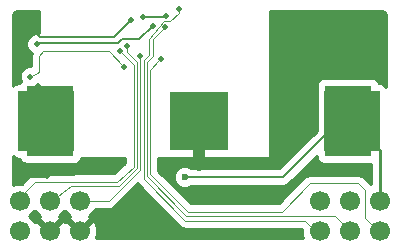
<source format=gbl>
G04 #@! TF.FileFunction,Copper,L2,Bot,Signal*
%FSLAX46Y46*%
G04 Gerber Fmt 4.6, Leading zero omitted, Abs format (unit mm)*
G04 Created by KiCad (PCBNEW 4.0.2+dfsg1-stable) date 2016年12月08日 20時15分25秒*
%MOMM*%
G01*
G04 APERTURE LIST*
%ADD10C,0.100000*%
%ADD11R,4.700000X5.100000*%
%ADD12R,5.000000X5.000000*%
%ADD13R,4.000000X6.000000*%
%ADD14C,1.700000*%
%ADD15C,0.500000*%
%ADD16C,0.600000*%
%ADD17C,0.200000*%
%ADD18C,0.250000*%
%ADD19C,1.000000*%
%ADD20C,0.254000*%
G04 APERTURE END LIST*
D10*
D11*
X151130000Y-102870000D03*
X177030000Y-102870000D03*
D12*
X164090000Y-102870000D03*
D13*
X176680000Y-102870000D03*
X151480000Y-102870000D03*
D14*
X153949400Y-109651800D03*
X151409400Y-109651800D03*
X148869400Y-109651800D03*
X148869400Y-112191800D03*
X151409400Y-112191800D03*
X153949400Y-112191800D03*
X179349400Y-109651800D03*
X176809400Y-109651800D03*
X174269400Y-109651800D03*
X174269400Y-112191800D03*
X176809400Y-112191800D03*
X179349400Y-112191800D03*
D15*
X150393400Y-99872800D03*
X150327360Y-96332040D03*
X160172400Y-94792800D03*
D16*
X150190200Y-105384600D03*
X162839400Y-107619800D03*
D15*
X157746700Y-98264980D03*
X149758400Y-99110800D03*
D16*
X164063680Y-106563160D03*
D15*
X149250400Y-107619800D03*
X151155400Y-107492800D03*
X158306000Y-94343220D03*
X149928580Y-95018860D03*
X161234120Y-93980000D03*
X159318960Y-94030800D03*
X159054800Y-97358200D03*
X157962600Y-96520000D03*
X157378400Y-96951800D03*
X162331400Y-93370400D03*
X161188400Y-94919800D03*
X160807400Y-97586800D03*
D17*
X150393400Y-99872800D02*
X151130000Y-100319840D01*
X151130000Y-100319840D02*
X151130000Y-102870000D01*
X151130000Y-102057200D02*
X151130000Y-102870000D01*
X150388320Y-96271080D02*
X150327360Y-96332040D01*
X157215840Y-96271080D02*
X150388320Y-96271080D01*
X157535880Y-95951040D02*
X157215840Y-96271080D01*
X159014160Y-95951040D02*
X157535880Y-95951040D01*
X160172400Y-94792800D02*
X159014160Y-95951040D01*
D10*
X150393400Y-102133400D02*
X151130000Y-102870000D01*
D17*
X151130000Y-101203760D02*
X151130000Y-102870000D01*
X175920400Y-102870000D02*
X171170600Y-107619800D01*
X171170600Y-107619800D02*
X162839400Y-107619800D01*
D18*
X178079400Y-104571800D02*
X179349400Y-105333800D01*
X179349400Y-105333800D02*
X179349400Y-109651800D01*
D17*
X177030000Y-102870000D02*
X175920400Y-102870000D01*
D18*
X150190200Y-105384600D02*
X151130000Y-104495600D01*
X177030000Y-102870000D02*
X177030000Y-104335200D01*
X177030000Y-104335200D02*
X178079400Y-104571800D01*
D10*
X150543161Y-97328580D02*
X150520400Y-98729800D01*
X150888700Y-96972120D02*
X150543161Y-97328580D01*
X156453840Y-96972120D02*
X150888700Y-96972120D01*
X157746700Y-98264980D02*
X156453840Y-96972120D01*
X150520400Y-98729800D02*
X149758400Y-99110800D01*
D17*
X151028400Y-107619800D02*
X149250400Y-107619800D01*
X151155400Y-107492800D02*
X151028400Y-107619800D01*
D10*
X164063680Y-106563160D02*
X164063680Y-106776520D01*
D19*
X164090000Y-106536840D02*
X164063680Y-106563160D01*
X164090000Y-102870000D02*
X164090000Y-106536840D01*
D10*
X164090000Y-106750200D02*
X164090000Y-106536840D01*
X164063680Y-106776520D02*
X164090000Y-106750200D01*
D17*
X149928580Y-95120460D02*
X149928580Y-95018860D01*
X150591520Y-95783400D02*
X149928580Y-95120460D01*
X156865820Y-95783400D02*
X150591520Y-95783400D01*
X156865820Y-95783400D02*
X158306000Y-94343220D01*
D18*
X166141400Y-102870000D02*
X164090000Y-102870000D01*
D17*
X161234120Y-93980000D02*
X161183320Y-94030800D01*
X161183320Y-94030800D02*
X159318960Y-94030800D01*
D10*
X156408120Y-109649260D02*
X153949400Y-109651800D01*
X159029400Y-106984800D02*
X156408120Y-109649260D01*
X159054800Y-97358200D02*
X159029400Y-106984800D01*
X157251400Y-108381800D02*
X153212800Y-108381800D01*
X151434800Y-109728000D02*
X153187400Y-108407200D01*
X157962600Y-96994980D02*
X158775400Y-97840800D01*
X158775400Y-97840800D02*
X158775400Y-106857800D01*
X158775400Y-106857800D02*
X157251400Y-108381800D01*
X157962600Y-96994980D02*
X157962600Y-96520000D01*
X153212800Y-108381800D02*
X153187400Y-108407200D01*
D18*
X157962600Y-96520000D02*
X157962600Y-96520000D01*
D10*
X150169880Y-108031280D02*
X148869400Y-109331760D01*
X157124400Y-108000800D02*
X150169880Y-108031280D01*
X158521400Y-106730800D02*
X157124400Y-108000800D01*
X158521400Y-98094800D02*
X158521400Y-106730800D01*
X157378400Y-96951800D02*
X158521400Y-98094800D01*
X148869400Y-109331760D02*
X148869400Y-109651800D01*
X174269400Y-112191800D02*
X173888400Y-112191800D01*
X173888400Y-112191800D02*
X172999400Y-111302800D01*
X172999400Y-111302800D02*
X162839400Y-111302800D01*
X162331400Y-93370400D02*
X162331400Y-93715840D01*
X162331400Y-93715840D02*
X161569400Y-94411800D01*
X162057080Y-94000320D02*
X162046920Y-94000320D01*
X159407771Y-97691029D02*
X159791400Y-97307400D01*
X159791400Y-97307400D02*
X159787448Y-95935797D01*
X159407771Y-97691029D02*
X159407771Y-97713524D01*
X159787506Y-95935855D02*
X159787448Y-95935797D01*
X159787506Y-95955829D02*
X159787506Y-95935855D01*
X161061400Y-94411800D02*
X159787506Y-95955829D01*
X161061400Y-94411944D02*
X161061400Y-94411800D01*
X161060154Y-94413190D02*
X161061400Y-94411944D01*
X161569400Y-94411800D02*
X161060154Y-94413190D01*
X162046920Y-94000320D02*
X161569400Y-94411800D01*
X162057080Y-94000320D02*
X162041840Y-94000320D01*
X162839400Y-111302800D02*
X159410400Y-107746800D01*
X159410400Y-107746800D02*
X159407771Y-97713524D01*
X159407771Y-97713524D02*
X159407771Y-97713524D01*
X175539400Y-110921800D02*
X176809400Y-112191800D01*
X162966400Y-110921800D02*
X175539400Y-110921800D01*
X159664400Y-107543600D02*
X162966400Y-110921800D01*
X159664400Y-97840800D02*
X159664400Y-107543600D01*
X160172400Y-97332800D02*
X159664400Y-97840800D01*
X160172400Y-95935800D02*
X160172400Y-97332800D01*
X161188400Y-94919800D02*
X160172400Y-95935800D01*
X179349400Y-112191800D02*
X179247800Y-112191800D01*
X179247800Y-112191800D02*
X178130200Y-111074200D01*
X178130200Y-111074200D02*
X178130200Y-108712000D01*
X178130200Y-108712000D02*
X177546000Y-108127800D01*
X177546000Y-108127800D02*
X173456600Y-108127800D01*
X173456600Y-108127800D02*
X171094400Y-110540800D01*
X171094400Y-110540800D02*
X163093400Y-110540800D01*
X163093400Y-110540800D02*
X159918400Y-107365800D01*
X160807400Y-97586800D02*
X160690013Y-97678787D01*
X160690013Y-97678787D02*
X159900263Y-98536447D01*
X159900263Y-98536447D02*
X159918400Y-107365800D01*
X160807400Y-97586800D02*
X160807400Y-97667924D01*
X160807400Y-97667924D02*
X160851190Y-97711714D01*
D18*
X160807400Y-97586800D02*
X160832800Y-97612200D01*
D20*
G36*
X158917307Y-108222283D02*
X162346307Y-111778283D01*
X162351511Y-111781899D01*
X162355032Y-111787168D01*
X162461072Y-111858022D01*
X162565801Y-111930787D01*
X162571992Y-111932136D01*
X162577262Y-111935657D01*
X162702362Y-111960541D01*
X162826947Y-111987686D01*
X162833182Y-111986563D01*
X162839400Y-111987800D01*
X172715664Y-111987800D01*
X172784517Y-112056653D01*
X172784143Y-112485889D01*
X172894015Y-112751800D01*
X155325945Y-112751800D01*
X155446118Y-112420521D01*
X155419715Y-111830342D01*
X155244659Y-111407720D01*
X154993358Y-111327447D01*
X154129005Y-112191800D01*
X154143148Y-112205943D01*
X153963543Y-112385548D01*
X153949400Y-112371405D01*
X153935258Y-112385548D01*
X153755653Y-112205943D01*
X153769795Y-112191800D01*
X152905442Y-111327447D01*
X152679400Y-111399652D01*
X152453358Y-111327447D01*
X151589005Y-112191800D01*
X151603148Y-112205943D01*
X151423543Y-112385548D01*
X151409400Y-112371405D01*
X151395258Y-112385548D01*
X151215653Y-112205943D01*
X151229795Y-112191800D01*
X150365442Y-111327447D01*
X150147760Y-111396981D01*
X150129056Y-111351714D01*
X149711683Y-110933612D01*
X149683843Y-110922052D01*
X149709486Y-110911456D01*
X150127588Y-110494083D01*
X150139148Y-110466243D01*
X150149744Y-110491886D01*
X150567117Y-110909988D01*
X150614712Y-110929751D01*
X150545047Y-111147842D01*
X151409400Y-112012195D01*
X152273753Y-111147842D01*
X152204219Y-110930160D01*
X152249486Y-110911456D01*
X152667588Y-110494083D01*
X152679148Y-110466243D01*
X152689744Y-110491886D01*
X153107117Y-110909988D01*
X153154712Y-110929751D01*
X153085047Y-111147842D01*
X153949400Y-112012195D01*
X154813753Y-111147842D01*
X154744219Y-110930160D01*
X154789486Y-110911456D01*
X155207588Y-110494083D01*
X155273465Y-110335433D01*
X156408827Y-110334260D01*
X156411271Y-110333771D01*
X156413716Y-110334237D01*
X156542232Y-110307580D01*
X156670911Y-110281846D01*
X156672979Y-110280461D01*
X156675419Y-110279955D01*
X156784010Y-110206107D01*
X156892988Y-110133127D01*
X156894369Y-110131056D01*
X156896429Y-110129655D01*
X158860269Y-108133465D01*
X158917307Y-108222283D01*
X158917307Y-108222283D01*
G37*
X158917307Y-108222283D02*
X162346307Y-111778283D01*
X162351511Y-111781899D01*
X162355032Y-111787168D01*
X162461072Y-111858022D01*
X162565801Y-111930787D01*
X162571992Y-111932136D01*
X162577262Y-111935657D01*
X162702362Y-111960541D01*
X162826947Y-111987686D01*
X162833182Y-111986563D01*
X162839400Y-111987800D01*
X172715664Y-111987800D01*
X172784517Y-112056653D01*
X172784143Y-112485889D01*
X172894015Y-112751800D01*
X155325945Y-112751800D01*
X155446118Y-112420521D01*
X155419715Y-111830342D01*
X155244659Y-111407720D01*
X154993358Y-111327447D01*
X154129005Y-112191800D01*
X154143148Y-112205943D01*
X153963543Y-112385548D01*
X153949400Y-112371405D01*
X153935258Y-112385548D01*
X153755653Y-112205943D01*
X153769795Y-112191800D01*
X152905442Y-111327447D01*
X152679400Y-111399652D01*
X152453358Y-111327447D01*
X151589005Y-112191800D01*
X151603148Y-112205943D01*
X151423543Y-112385548D01*
X151409400Y-112371405D01*
X151395258Y-112385548D01*
X151215653Y-112205943D01*
X151229795Y-112191800D01*
X150365442Y-111327447D01*
X150147760Y-111396981D01*
X150129056Y-111351714D01*
X149711683Y-110933612D01*
X149683843Y-110922052D01*
X149709486Y-110911456D01*
X150127588Y-110494083D01*
X150139148Y-110466243D01*
X150149744Y-110491886D01*
X150567117Y-110909988D01*
X150614712Y-110929751D01*
X150545047Y-111147842D01*
X151409400Y-112012195D01*
X152273753Y-111147842D01*
X152204219Y-110930160D01*
X152249486Y-110911456D01*
X152667588Y-110494083D01*
X152679148Y-110466243D01*
X152689744Y-110491886D01*
X153107117Y-110909988D01*
X153154712Y-110929751D01*
X153085047Y-111147842D01*
X153949400Y-112012195D01*
X154813753Y-111147842D01*
X154744219Y-110930160D01*
X154789486Y-110911456D01*
X155207588Y-110494083D01*
X155273465Y-110335433D01*
X156408827Y-110334260D01*
X156411271Y-110333771D01*
X156413716Y-110334237D01*
X156542232Y-110307580D01*
X156670911Y-110281846D01*
X156672979Y-110280461D01*
X156675419Y-110279955D01*
X156784010Y-110206107D01*
X156892988Y-110133127D01*
X156894369Y-110131056D01*
X156896429Y-110129655D01*
X158860269Y-108133465D01*
X158917307Y-108222283D01*
G36*
X179715177Y-93633944D02*
X179809939Y-93697261D01*
X179873256Y-93792023D01*
X179909400Y-93973730D01*
X179909400Y-99970054D01*
X179844090Y-99868559D01*
X179631890Y-99723569D01*
X179380000Y-99672560D01*
X179290289Y-99672560D01*
X179283162Y-99634683D01*
X179144090Y-99418559D01*
X178931890Y-99273569D01*
X178680000Y-99222560D01*
X174680000Y-99222560D01*
X174444683Y-99266838D01*
X174228559Y-99405910D01*
X174083569Y-99618110D01*
X174032560Y-99870000D01*
X174032560Y-103718393D01*
X170866154Y-106884800D01*
X163426819Y-106884800D01*
X163369727Y-106827608D01*
X163026199Y-106684962D01*
X162654233Y-106684638D01*
X162310457Y-106826683D01*
X162047208Y-107089473D01*
X161904562Y-107433001D01*
X161904238Y-107804967D01*
X162046283Y-108148743D01*
X162309073Y-108411992D01*
X162652601Y-108554638D01*
X163024567Y-108554962D01*
X163368343Y-108412917D01*
X163426562Y-108354800D01*
X171170600Y-108354800D01*
X171451872Y-108298851D01*
X171690323Y-108139523D01*
X174032560Y-105797286D01*
X174032560Y-105870000D01*
X174076838Y-106105317D01*
X174215910Y-106321441D01*
X174428110Y-106466431D01*
X174680000Y-106517440D01*
X178589400Y-106517440D01*
X178589400Y-108202464D01*
X178030368Y-107643432D01*
X177808138Y-107494943D01*
X177546000Y-107442800D01*
X173456600Y-107442800D01*
X173452960Y-107443524D01*
X173449313Y-107442839D01*
X173322066Y-107469561D01*
X173194462Y-107494943D01*
X173191375Y-107497006D01*
X173187745Y-107497768D01*
X173080388Y-107571165D01*
X172972232Y-107643432D01*
X172970171Y-107646517D01*
X172967106Y-107648612D01*
X170806386Y-109855800D01*
X163377136Y-109855800D01*
X160602818Y-107081482D01*
X160600532Y-105968800D01*
X161376297Y-105968800D01*
X161463691Y-106005000D01*
X163804250Y-106005000D01*
X163840450Y-105968800D01*
X164339550Y-105968800D01*
X164375750Y-106005000D01*
X166716309Y-106005000D01*
X166803703Y-105968800D01*
X169951400Y-105968800D01*
X169997559Y-105960115D01*
X170039953Y-105932835D01*
X170068394Y-105891210D01*
X170078400Y-105841800D01*
X170078400Y-93597800D01*
X179533469Y-93597800D01*
X179715177Y-93633944D01*
X179715177Y-93633944D01*
G37*
X179715177Y-93633944D02*
X179809939Y-93697261D01*
X179873256Y-93792023D01*
X179909400Y-93973730D01*
X179909400Y-99970054D01*
X179844090Y-99868559D01*
X179631890Y-99723569D01*
X179380000Y-99672560D01*
X179290289Y-99672560D01*
X179283162Y-99634683D01*
X179144090Y-99418559D01*
X178931890Y-99273569D01*
X178680000Y-99222560D01*
X174680000Y-99222560D01*
X174444683Y-99266838D01*
X174228559Y-99405910D01*
X174083569Y-99618110D01*
X174032560Y-99870000D01*
X174032560Y-103718393D01*
X170866154Y-106884800D01*
X163426819Y-106884800D01*
X163369727Y-106827608D01*
X163026199Y-106684962D01*
X162654233Y-106684638D01*
X162310457Y-106826683D01*
X162047208Y-107089473D01*
X161904562Y-107433001D01*
X161904238Y-107804967D01*
X162046283Y-108148743D01*
X162309073Y-108411992D01*
X162652601Y-108554638D01*
X163024567Y-108554962D01*
X163368343Y-108412917D01*
X163426562Y-108354800D01*
X171170600Y-108354800D01*
X171451872Y-108298851D01*
X171690323Y-108139523D01*
X174032560Y-105797286D01*
X174032560Y-105870000D01*
X174076838Y-106105317D01*
X174215910Y-106321441D01*
X174428110Y-106466431D01*
X174680000Y-106517440D01*
X178589400Y-106517440D01*
X178589400Y-108202464D01*
X178030368Y-107643432D01*
X177808138Y-107494943D01*
X177546000Y-107442800D01*
X173456600Y-107442800D01*
X173452960Y-107443524D01*
X173449313Y-107442839D01*
X173322066Y-107469561D01*
X173194462Y-107494943D01*
X173191375Y-107497006D01*
X173187745Y-107497768D01*
X173080388Y-107571165D01*
X172972232Y-107643432D01*
X172970171Y-107646517D01*
X172967106Y-107648612D01*
X170806386Y-109855800D01*
X163377136Y-109855800D01*
X160602818Y-107081482D01*
X160600532Y-105968800D01*
X161376297Y-105968800D01*
X161463691Y-106005000D01*
X163804250Y-106005000D01*
X163840450Y-105968800D01*
X164339550Y-105968800D01*
X164375750Y-106005000D01*
X166716309Y-106005000D01*
X166803703Y-105968800D01*
X169951400Y-105968800D01*
X169997559Y-105960115D01*
X170039953Y-105932835D01*
X170068394Y-105891210D01*
X170078400Y-105841800D01*
X170078400Y-93597800D01*
X179533469Y-93597800D01*
X179715177Y-93633944D01*
G36*
X177003148Y-109637658D02*
X176989005Y-109651800D01*
X177003148Y-109665943D01*
X176823543Y-109845548D01*
X176809400Y-109831405D01*
X176795258Y-109845548D01*
X176615653Y-109665943D01*
X176629795Y-109651800D01*
X176615653Y-109637658D01*
X176795258Y-109458053D01*
X176809400Y-109472195D01*
X176823543Y-109458053D01*
X177003148Y-109637658D01*
X177003148Y-109637658D01*
G37*
X177003148Y-109637658D02*
X176989005Y-109651800D01*
X177003148Y-109665943D01*
X176823543Y-109845548D01*
X176809400Y-109831405D01*
X176795258Y-109845548D01*
X176615653Y-109665943D01*
X176629795Y-109651800D01*
X176615653Y-109637658D01*
X176795258Y-109458053D01*
X176809400Y-109472195D01*
X176823543Y-109458053D01*
X177003148Y-109637658D01*
G36*
X174463148Y-109637658D02*
X174449005Y-109651800D01*
X174463148Y-109665943D01*
X174283543Y-109845548D01*
X174269400Y-109831405D01*
X174255258Y-109845548D01*
X174075653Y-109665943D01*
X174089795Y-109651800D01*
X174075653Y-109637658D01*
X174255258Y-109458053D01*
X174269400Y-109472195D01*
X174283543Y-109458053D01*
X174463148Y-109637658D01*
X174463148Y-109637658D01*
G37*
X174463148Y-109637658D02*
X174449005Y-109651800D01*
X174463148Y-109665943D01*
X174283543Y-109845548D01*
X174269400Y-109831405D01*
X174255258Y-109845548D01*
X174075653Y-109665943D01*
X174089795Y-109651800D01*
X174075653Y-109637658D01*
X174255258Y-109458053D01*
X174269400Y-109472195D01*
X174283543Y-109458053D01*
X174463148Y-109637658D01*
G36*
X148315910Y-105871441D02*
X148528110Y-106016431D01*
X148780000Y-106067440D01*
X148869711Y-106067440D01*
X148876838Y-106105317D01*
X149015910Y-106321441D01*
X149228110Y-106466431D01*
X149480000Y-106517440D01*
X153480000Y-106517440D01*
X153715317Y-106473162D01*
X153931441Y-106334090D01*
X154076431Y-106121890D01*
X154107432Y-105968800D01*
X157836400Y-105968800D01*
X157836400Y-106427776D01*
X156858298Y-107316960D01*
X150166878Y-107346287D01*
X150037315Y-107372650D01*
X149907742Y-107398423D01*
X149906470Y-107399273D01*
X149904971Y-107399578D01*
X149795462Y-107473446D01*
X149685512Y-107546912D01*
X149065454Y-108166970D01*
X148575311Y-108166543D01*
X148309400Y-108276415D01*
X148309400Y-105861324D01*
X148315910Y-105871441D01*
X148315910Y-105871441D01*
G37*
X148315910Y-105871441D02*
X148528110Y-106016431D01*
X148780000Y-106067440D01*
X148869711Y-106067440D01*
X148876838Y-106105317D01*
X149015910Y-106321441D01*
X149228110Y-106466431D01*
X149480000Y-106517440D01*
X153480000Y-106517440D01*
X153715317Y-106473162D01*
X153931441Y-106334090D01*
X154076431Y-106121890D01*
X154107432Y-105968800D01*
X157836400Y-105968800D01*
X157836400Y-106427776D01*
X156858298Y-107316960D01*
X150166878Y-107346287D01*
X150037315Y-107372650D01*
X149907742Y-107398423D01*
X149906470Y-107399273D01*
X149904971Y-107399578D01*
X149795462Y-107473446D01*
X149685512Y-107546912D01*
X149065454Y-108166970D01*
X148575311Y-108166543D01*
X148309400Y-108276415D01*
X148309400Y-105861324D01*
X148315910Y-105871441D01*
G36*
X150520400Y-95453933D02*
X150504170Y-95447194D01*
X150152095Y-95446887D01*
X149826703Y-95581336D01*
X149577531Y-95830073D01*
X149442514Y-96155230D01*
X149442207Y-96507305D01*
X149576656Y-96832697D01*
X149825393Y-97081869D01*
X149899652Y-97112704D01*
X149884196Y-97197258D01*
X149858251Y-97317454D01*
X149843495Y-98225874D01*
X149583135Y-98225647D01*
X149257743Y-98360096D01*
X149008571Y-98608833D01*
X148873554Y-98933990D01*
X148873247Y-99286065D01*
X148962633Y-99502396D01*
X148883569Y-99618110D01*
X148872543Y-99672560D01*
X148780000Y-99672560D01*
X148544683Y-99716838D01*
X148328559Y-99855910D01*
X148309400Y-99883950D01*
X148309400Y-93973731D01*
X148345544Y-93792023D01*
X148408861Y-93697261D01*
X148503623Y-93633944D01*
X148685330Y-93597800D01*
X150520400Y-93597800D01*
X150520400Y-95453933D01*
X150520400Y-95453933D01*
G37*
X150520400Y-95453933D02*
X150504170Y-95447194D01*
X150152095Y-95446887D01*
X149826703Y-95581336D01*
X149577531Y-95830073D01*
X149442514Y-96155230D01*
X149442207Y-96507305D01*
X149576656Y-96832697D01*
X149825393Y-97081869D01*
X149899652Y-97112704D01*
X149884196Y-97197258D01*
X149858251Y-97317454D01*
X149843495Y-98225874D01*
X149583135Y-98225647D01*
X149257743Y-98360096D01*
X149008571Y-98608833D01*
X148873554Y-98933990D01*
X148873247Y-99286065D01*
X148962633Y-99502396D01*
X148883569Y-99618110D01*
X148872543Y-99672560D01*
X148780000Y-99672560D01*
X148544683Y-99716838D01*
X148328559Y-99855910D01*
X148309400Y-99883950D01*
X148309400Y-93973731D01*
X148345544Y-93792023D01*
X148408861Y-93697261D01*
X148503623Y-93633944D01*
X148685330Y-93597800D01*
X150520400Y-93597800D01*
X150520400Y-95453933D01*
M02*

</source>
